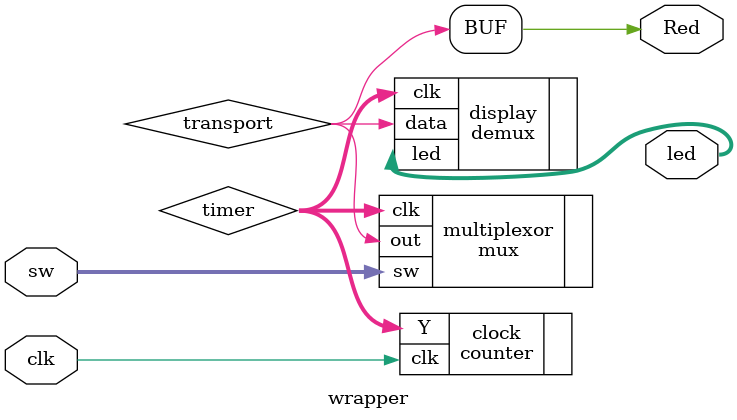
<source format=v>
module wrapper(
    input clk,
    input [7:0] sw,
    output [7:0] led,
    output Red
);

wire [2:0] timer;
wire transport;

counter clock(
    .clk(clk),
    .Y(timer)
    );
    
mux multiplexor(
    .sw(sw),
    .clk(timer),
    .out(transport)
);

demux display(
    .data(transport),
    .clk(timer),
    .led(led)
);

assign Red = transport;

endmodule
</source>
